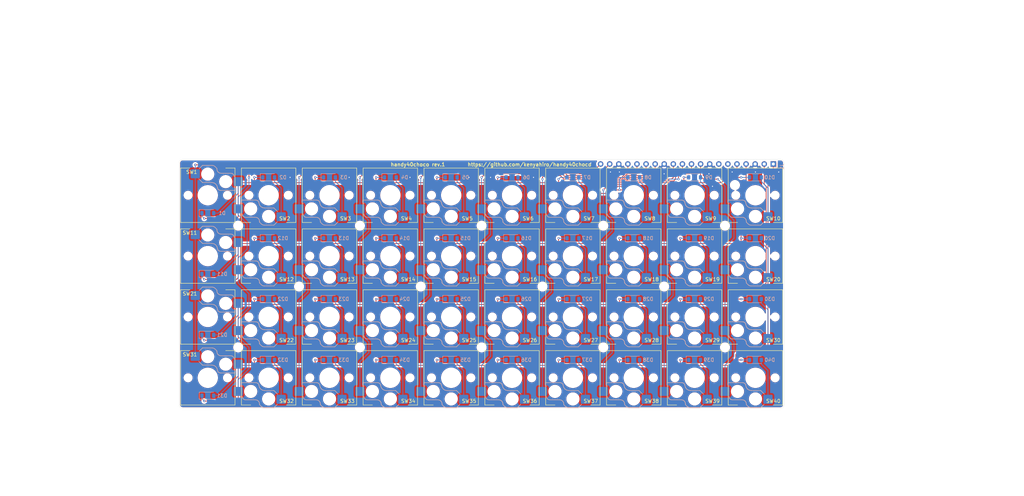
<source format=kicad_pcb>
(kicad_pcb (version 20241229) (generator "pcbnew") (generator_version "9.0")
  (layers (0 "F.Cu" signal) (2 "B.Cu" signal) (13 "F.Paste" user) (15 "B.Paste" user) (5 "F.SilkS" user "F.Silkscreen") (7 "B.SilkS" user "B.Silkscreen") (1 "F.Mask" user) (3 "B.Mask" user) (25 "Edge.Cuts" user))
  (net 0 "")
  (net 1 "Net-(D1-A)")
  (net 2 "Net-(D2-A)")
  (net 3 "Net-(D3-A)")
  (net 4 "Net-(D4-A)")
  (net 5 "Net-(D5-A)")
  (net 6 "Net-(D6-A)")
  (net 7 "Net-(D7-A)")
  (net 8 "Net-(D8-A)")
  (net 9 "Net-(D9-A)")
  (net 10 "Net-(D10-A)")
  (net 11 "Net-(D11-A)")
  (net 12 "Net-(D12-A)")
  (net 13 "Net-(D13-A)")
  (net 14 "Net-(D14-A)")
  (net 15 "Net-(D15-A)")
  (net 16 "Net-(D16-A)")
  (net 17 "Net-(D17-A)")
  (net 18 "Net-(D18-A)")
  (net 19 "Net-(D19-A)")
  (net 20 "Net-(D20-A)")
  (net 21 "Net-(D21-A)")
  (net 22 "Net-(D22-A)")
  (net 23 "Net-(D23-A)")
  (net 24 "Net-(D24-A)")
  (net 25 "Net-(D25-A)")
  (net 26 "Net-(D26-A)")
  (net 27 "Net-(D27-A)")
  (net 28 "Net-(D28-A)")
  (net 29 "Net-(D29-A)")
  (net 30 "Net-(D30-A)")
  (net 31 "Net-(D31-A)")
  (net 32 "Net-(D32-A)")
  (net 33 "Net-(D33-A)")
  (net 34 "Net-(D34-A)")
  (net 35 "Net-(D35-A)")
  (net 36 "Net-(D36-A)")
  (net 37 "Net-(D37-A)")
  (net 38 "Net-(D38-A)")
  (net 39 "Net-(D39-A)")
  (net 40 "Net-(D40-A)")
  (net 41 "GND")
  (net 44 "/ROW0")
  (net 45 "/ROW1")
  (net 46 "/ROW2")
  (net 47 "/ROW3")
  (net 48 "/COL0")
  (net 49 "/COL1")
  (net 50 "/COL2")
  (net 51 "/COL3")
  (net 52 "/COL4")
  (net 53 "/COL5")
  (net 54 "/COL6")
  (net 55 "/COL7")
  (net 56 "/COL8")
  (net 57 "/COL9")
  (footprint "my_keyswitch:my_MountingHole_2.2mm_M2" (layer "F.Cu") (at 196.27 94.16)
    (property "Reference" "H15" (hide yes))
    (property "Value" "MountingHole" (hide yes))
  )
  (footprint "my_keyswitch:SW_Hotswap_Kailh_Choc_V1V2_no_mp" (layer "F.Cu") (at 185 114 180)
    (property "Reference" "SW19")
    (property "Value" "SW_Push")
  )
  (footprint "my_keyswitch:SW_Hotswap_Kailh_Choc_V1V2_no_mp" (layer "F.Cu") (at 100 97 180)
    (property "Reference" "SW4")
    (property "Value" "SW_Push")
  )
  (footprint "my_keyswitch:SW_Hotswap_Kailh_Choc_V1V2_no_mp" (layer "F.Cu") (at 134 97 180)
    (property "Reference" "SW6")
    (property "Value" "SW_Push")
  )
  (footprint "my_keyswitch:my_MountingHole_2.2mm_M2" (layer "F.Cu") (at 108.5 122.5)
    (property "Reference" "H11" (hide yes))
    (property "Value" "MountingHole" (hide yes))
  )
  (footprint "my_keyswitch:SW_Hotswap_Kailh_Choc_V1V2_no_mp" (layer "F.Cu") (at 151 97 180)
    (property "Reference" "SW7")
    (property "Value" "SW_Push")
  )
  (footprint "my_keyswitch:SW_Hotswap_Kailh_Choc_V1V2_no_mp" (layer "F.Cu") (at 117 148 180)
    (property "Reference" "SW35")
    (property "Value" "SW_Push")
  )
  (footprint "my_keyswitch:SW_Hotswap_Kailh_Choc_V1V2_no_mp" (layer "F.Cu") (at 49 97)
    (property "Reference" "SW1")
    (property "Value" "SW_Push")
  )
  (footprint "my_keyswitch:my_MountingHole_2.2mm_M2" (layer "F.Cu") (at 193.5 139.5)
    (property "Reference" "H7" (hide yes))
    (property "Value" "MountingHole" (hide yes))
  )
  (footprint "my_keyswitch:SW_Hotswap_Kailh_Choc_V1V2_no_mp" (layer "F.Cu") (at 83 148 180)
    (property "Reference" "SW33")
    (property "Value" "SW_Push")
  )
  (footprint "my_keyswitch:my_MountingHole_2.2mm_M2" (layer "F.Cu") (at 142.5 122.5)
    (property "Reference" "H12" (hide yes))
    (property "Value" "MountingHole" (hide yes))
  )
  (footprint "my_keyswitch:SW_Hotswap_Kailh_Choc_V1V2_no_mp" (layer "F.Cu") (at 66 148 180)
    (property "Reference" "SW32")
    (property "Value" "SW_Push")
  )
  (footprint "my_keyswitch:my_MountingHole_2.2mm_M2" (layer "F.Cu") (at 193.5 105.5)
    (property "Reference" "H6" (hide yes))
    (property "Value" "MountingHole" (hide yes))
  )
  (footprint "my_keyswitch:SW_Hotswap_Kailh_Choc_V1V2_no_mp" (layer "F.Cu") (at 100 114 180)
    (property "Reference" "SW14")
    (property "Value" "SW_Push")
  )
  (footprint "my_keyswitch:SW_Hotswap_Kailh_Choc_V1V2_no_mp" (layer "F.Cu") (at 100 131 180)
    (property "Reference" "SW24")
    (property "Value" "SW_Push")
  )
  (footprint "my_keyswitch:SW_Hotswap_Kailh_Choc_V1V2_no_mp" (layer "F.Cu") (at 168 148 180)
    (property "Reference" "SW38")
    (property "Value" "SW_Push")
  )
  (footprint "my_keyswitch:my_MountingHole_2.2mm_M2" (layer "F.Cu") (at 57.5 105.5)
    (property "Reference" "H1" (hide yes))
    (property "Value" "MountingHole" (hide yes))
  )
  (footprint "my_keyswitch:SW_Hotswap_Kailh_Choc_V1V2_no_mp" (layer "F.Cu") (at 202 131 180)
    (property "Reference" "SW30")
    (property "Value" "SW_Push")
  )
  (footprint "my_keyswitch:SW_Hotswap_Kailh_Choc_V1V2_no_mp" (layer "F.Cu") (at 134 148 180)
    (property "Reference" "SW36")
    (property "Value" "SW_Push")
  )
  (footprint "my_keyswitch:SW_Hotswap_Kailh_Choc_V1V2_no_mp" (layer "F.Cu") (at 49 148)
    (property "Reference" "SW31")
    (property "Value" "SW_Push")
  )
  (footprint "my_keyswitch:SW_Hotswap_Kailh_Choc_V1V2_no_mp" (layer "F.Cu") (at 117 114 180)
    (property "Reference" "SW15")
    (property "Value" "SW_Push")
  )
  (footprint "my_keyswitch:SW_Hotswap_Kailh_Choc_V1V2_no_mp" (layer "F.Cu") (at 134 114 180)
    (property "Reference" "SW16")
    (property "Value" "SW_Push")
  )
  (footprint "my_keyswitch:SW_Hotswap_Kailh_Choc_V1V2_no_mp" (layer "F.Cu") (at 83 114 180)
    (property "Reference" "SW13")
    (property "Value" "SW_Push")
  )
  (footprint "my_keyswitch:SW_Hotswap_Kailh_Choc_V1V2_no_mp" (layer "F.Cu") (at 100 148 180)
    (property "Reference" "SW34")
    (property "Value" "SW_Push")
  )
  (footprint "my_keyswitch:SW_Hotswap_Kailh_Choc_V1V2_no_mp" (layer "F.Cu") (at 151 148 180)
    (property "Reference" "SW37")
    (property "Value" "SW_Push")
  )
  (footprint "my_keyswitch:my_MountingHole_2.2mm_M2" (layer "F.Cu") (at 91.5 105.5)
    (property "Reference" "H4" (hide yes))
    (property "Value" "MountingHole" (hide yes))
  )
  (footprint "my_keyswitch:SW_Hotswap_Kailh_Choc_V1V2_no_mp" (layer "F.Cu") (at 66 131 180)
    (property "Reference" "SW22")
    (property "Value" "SW_Push")
  )
  (footprint "my_keyswitch:SW_Hotswap_Kailh_Choc_V1V2_no_mp" (layer "F.Cu") (at 49 114)
    (property "Reference" "SW11")
    (property "Value" "SW_Push")
  )
  (footprint "my_keyswitch:my_MountingHole_2.2mm_M2" (layer "F.Cu") (at 74.5 122.5)
    (property "Reference" "H3" (hide yes))
    (property "Value" "MountingHole" (hide yes))
  )
  (footprint "my_keyswitch:SW_Hotswap_Kailh_Choc_V1V2_no_mp" (layer "F.Cu") (at 83 131 180)
    (property "Reference" "SW23")
    (property "Value" "SW_Push")
  )
  (footprint "my_keyswitch:SW_Hotswap_Kailh_Choc_V1V2_no_mp" (layer "F.Cu") (at 202 114 180)
    (property "Reference" "SW20")
    (property "Value" "SW_Push")
  )
  (footprint "my_keyswitch:SW_Hotswap_Kailh_Choc_V1V2_no_mp" (layer "F.Cu") (at 117 131 180)
    (property "Reference" "SW25")
    (property "Value" "SW_Push")
  )
  (footprint "my_keyswitch:SW_Hotswap_Kailh_Choc_V1V2_no_mp" (layer "F.Cu") (at 168 114 180)
    (property "Reference" "SW18")
    (property "Value" "SW_Push")
  )
  (footprint "my_keyswitch:my_MountingHole_2.2mm_M2" (layer "F.Cu") (at 159.5 139.5)
    (property "Reference" "H10" (hide yes))
    (property "Value" "MountingHole" (hide yes))
  )
  (footprint "my_keyswitch:SW_Hotswap_Kailh_Choc_V1V2_no_mp" (layer "F.Cu") (at 83 97 180)
    (property "Reference" "SW3")
    (property "Value" "SW_Push")
  )
  (footprint "my_keyswitch:SW_Hotswap_Kailh_Choc_V1V2_no_mp" (layer "F.Cu") (at 134 131 180)
    (property "Reference" "SW26")
    (property "Value" "SW_Push")
  )
  (footprint "my_keyswitch:SW_Hotswap_Kailh_Choc_V1V2_no_mp" (layer "F.Cu") (at 202 148 180)
    (property "Reference" "SW40")
    (property "Value" "SW_Push")
  )
  (footprint "my_keyswitch:SW_Hotswap_Kailh_Choc_V1V2_no_mp" (layer "F.Cu") (at 185 131 180)
    (property "Reference" "SW29")
    (property "Value" "SW_Push")
  )
  (footprint "my_keyswitch:SW_Hotswap_Kailh_Choc_V1V2_no_mp" (layer "F.Cu") (at 117 97 180)
    (property "Reference" "SW5")
    (property "Value" "SW_Push")
  )
  (footprint "my_keyswitch:SW_Hotswap_Kailh_Choc_V1V2_no_mp" (layer "F.Cu") (at 66 114 180)
    (property "Reference" "SW12")
    (property "Value" "SW_Push")
  )
  (footprint "my_keyswitch:my_MountingHole_2.2mm_M2" (layer "F.Cu") (at 176.5 122.5)
    (property "Reference" "H8" (hide yes))
    (property "Value" "MountingHole" (hide yes))
  )
  (footprint "my_keyswitch:SW_Hotswap_Kailh_Choc_V1V2_no_mp" (layer "F.Cu") (at 49 131)
    (property "Reference" "SW21")
    (property "Value" "SW_Push")
  )
  (footprint "my_keyswitch:my_MountingHole_2.2mm_M2" (layer "F.Cu") (at 125.5 105.5)
    (property "Reference" "H13" (hide yes))
    (property "Value" "MountingHole" (hide yes))
  )
  (footprint "my_keyswitch:SW_Hotswap_Kailh_Choc_V1V2_no_mp" (layer "F.Cu") (at 151 114 180)
    (property "Reference" "SW17")
    (property "Value" "SW_Push")
  )
  (footprint "my_keyswitch:SW_Hotswap_Kailh_Choc_V1V2_no_mp" (layer "F.Cu") (at 168 97 180)
    (property "Reference" "SW8")
    (property "Value" "SW_Push")
  )
  (footprint "my_keyswitch:my_MountingHole_2.2mm_M2" (layer "F.Cu") (at 91.5 139.5)
    (property "Reference" "H5" (hide yes))
    (property "Value" "MountingHole" (hide yes))
  )
  (footprint "my_keyswitch:SW_Hotswap_Kailh_Choc_V1V2_no_mp" (layer "F.Cu") (at 168 131 180)
    (property "Reference" "SW28")
    (property "Value" "SW_Push")
  )
  (footprint "my_keyswitch:my_MountingHole_2.2mm_M2" (layer "F.Cu") (at 159.5 105.5)
    (property "Reference" "H9" (hide yes))
    (property "Value" "MountingHole" (hide yes))
  )
  (footprint "my_keyswitch:my_MountingHole_2.2mm_M2" (layer "F.Cu") (at 57.5 139.5)
    (property "Reference" "H2" (hide yes))
    (property "Value" "MountingHole" (hide yes))
  )
  (footprint "my_keyswitch:my_MountingHole_2.2mm_M2" (layer "F.Cu") (at 125.5 139.5)
    (property "Reference" "H14" (hide yes))
    (property "Value" "MountingHole" (hide yes))
  )
  (footprint "my_keyswitch:SW_Hotswap_Kailh_Choc_V1V2_no_mp" (layer "F.Cu") (at 185 97 180)
    (property "Reference" "SW9")
    (property "Value" "SW_Push")
  )
  (footprint "my_keyswitch:SW_Hotswap_Kailh_Choc_V1V2_no_mp" (layer "F.Cu") (at 185 148 180)
    (property "Reference" "SW39")
    (property "Value" "SW_Push")
  )
  (footprint "my_keyswitch:SW_Hotswap_Kailh_Choc_V1V2_no_mp" (layer "F.Cu") (at 151 131 180)
    (property "Reference" "SW27")
    (property "Value" "SW_Push")
  )
  (footprint "my_keyswitch:SW_Hotswap_Kailh_Choc_V1V2_no_mp" (layer "F.Cu") (at 66 97 180)
    (property "Reference" "SW2")
    (property "Value" "SW_Push")
  )
  (footprint "my_keyswitch:SW_Hotswap_Kailh_Choc_V1V2_no_mp" (layer "F.Cu") (at 202 97 180)
    (property "Reference" "SW10")
    (property "Value" "SW_Push")
  )
  (footprint "Diode_SMD:D_SOD-123" (layer "B.Cu") (at 168 92)
    (property "Reference" "D8")
    (property "Value" "1N4148W")
  )
  (footprint "Diode_SMD:D_SOD-123" (layer "B.Cu") (at 66 92)
    (property "Reference" "D2")
    (property "Value" "1N4148W")
  )
  (footprint "Diode_SMD:D_SOD-123" (layer "B.Cu") (at 202 143)
    (property "Reference" "D40")
    (property "Value" "1N4148W")
  )
  (footprint "Diode_SMD:D_SOD-123" (layer "B.Cu") (at 100 109)
    (property "Reference" "D14")
    (property "Value" "1N4148W")
  )
  (footprint "Diode_SMD:D_SOD-123" (layer "B.Cu") (at 134 143)
    (property "Reference" "D36")
    (property "Value" "1N4148W")
  )
  (footprint "Diode_SMD:D_SOD-123" (layer "B.Cu") (at 202 92)
    (property "Reference" "D10")
    (property "Value" "1N4148W")
  )
  (footprint "Diode_SMD:D_SOD-123" (layer "B.Cu") (at 151 143)
    (property "Reference" "D37")
    (property "Value" "1N4148W")
  )
  (footprint "Diode_SMD:D_SOD-123" (layer "B.Cu") (at 49 102)
    (property "Reference" "D1")
    (property "Value" "1N4148W")
  )
  (footprint "Diode_SMD:D_SOD-123" (layer "B.Cu") (at 49 153)
    (property "Reference" "D31")
    (property "Value" "1N4148W")
  )
  (footprint "Diode_SMD:D_SOD-123" (layer "B.Cu") (at 134 126)
    (property "Reference" "D26")
    (property "Value" "1N4148W")
  )
  (footprint "Diode_SMD:D_SOD-123" (layer "B.Cu") (at 66 109)
    (property "Reference" "D12")
    (property "Value" "1N4148W")
  )
  (footprint "Diode_SMD:D_SOD-123" (layer "B.Cu") (at 185 126)
    (property "Reference" "D29")
    (property "Value" "1N4148W")
  )
  (footprint "my_keyswitch:my_PinHeader_1x20_P2.54mm_Vertical_p0.85" (layer "B.Cu") (at 207 88.27 90)
    (property "Reference" "J1")
    (property "Value" "Conn_01x20")
  )
  (footprint "Diode_SMD:D_SOD-123" (layer "B.Cu") (at 83 109)
    (property "Reference" "D13")
    (property "Value" "1N4148W")
  )
  (footprint "Diode_SMD:D_SOD-123" (layer "B.Cu") (at 151 92)
    (property "Reference" "D7")
    (property "Value" "1N4148W")
  )
  (footprint "Diode_SMD:D_SOD-123" (layer "B.Cu") (at 134 92)
    (property "Reference" "D6")
    (property "Value" "1N4148W")
  )
  (footprint "Diode_SMD:D_SOD-123" (layer "B.Cu") (at 117 109)
    (property "Reference" "D15")
    (property "Value" "1N4148W")
  )
  (footprint "Diode_SMD:D_SOD-123" (layer "B.Cu") (at 168 109)
    (property "Reference" "D18")
    (property "Value" "1N4148W")
  )
  (footprint "Diode_SMD:D_SOD-123" (layer "B.Cu") (at 117 143)
    (property "Reference" "D35")
    (property "Value" "1N4148W")
  )
  (footprint "Diode_SMD:D_SOD-123" (layer "B.Cu") (at 168 126)
    (property "Reference" "D28")
    (property "Value" "1N4148W")
  )
  (footprint "Diode_SMD:D_SOD-123" (layer "B.Cu") (at 202 109)
    (property "Reference" "D20")
    (property "Value" "1N4148W")
  )
  (footprint "Diode_SMD:D_SOD-123" (layer "B.Cu") (at 49 136)
    (property "Reference" "D21")
    (property "Value" "1N4148W")
  )
  (footprint "Diode_SMD:D_SOD-123" (layer "B.Cu") (at 134 109)
    (property "Reference" "D16")
    (property "Value" "1N4148W")
  )
  (footprint "Diode_SMD:D_SOD-123" (layer "B.Cu") (at 202 126)
    (property "Reference" "D30")
    (property "Value" "1N4148W")
  )
  (footprint "Diode_SMD:D_SOD-123" (layer "B.Cu") (at 100 143)
    (property "Reference" "D34")
    (property "Value" "1N4148W")
  )
  (footprint "Diode_SMD:D_SOD-123" (layer "B.Cu") (at 100 92)
    (property "Reference" "D4")
    (property "Value" "1N4148W")
  )
  (footprint "Diode_SMD:D_SOD-123" (layer "B.Cu") (at 185 143)
    (property "Reference" "D39")
    (property "Value" "1N4148W")
  )
  (footprint "Diode_SMD:D_SOD-123" (layer "B.Cu") (at 83 92)
    (property "Reference" "D3")
    (property "Value" "1N4148W")
  )
  (footprint "Diode_SMD:D_SOD-123" (layer "B.Cu") (at 83 143)
    (property "Reference" "D33")
    (property "Value" "1N4148W")
  )
  (footprint "Diode_SMD:D_SOD-123" (layer "B.Cu") (at 66 143)
    (property "Reference" "D32")
    (property "Value" "1N4148W")
  )
  (footprint "Diode_SMD:D_SOD-123" (layer "B.Cu") (at 185 92)
    (property "Reference" "D9")
    (property "Value" "1N4148W")
  )
  (footprint "Diode_SMD:D_SOD-123" (layer "B.Cu") (at 49 119)
    (property "Reference" "D11")
    (property "Value" "1N4148W")
  )
  (footprint "Diode_SMD:D_SOD-123" (layer "B.Cu") (at 117 92)
    (property "Reference" "D5")
    (property "Value" "1N4148W")
  )
  (footprint "Diode_SMD:D_SOD-123" (layer "B.Cu") (at 100 126)
    (property "Reference" "D24")
    (property "Value" "1N4148W")
  )
  (footprint "Diode_SMD:D_SOD-123" (layer "B.Cu") (at 151 109)
    (property "Reference" "D17")
    (property "Value" "1N4148W")
  )
  (footprint "Diode_SMD:D_SOD-123" (layer "B.Cu") (at 117 126)
    (property "Reference" "D25")
    (property "Value" "1N4148W")
  )
  (footprint "Diode_SMD:D_SOD-123" (layer "B.Cu") (at 66 126)
    (property "Reference" "D22")
    (property "Value" "1N4148W")
  )
  (footprint "Diode_SMD:D_SOD-123" (layer "B.Cu") (at 83 126)
    (property "Reference" "D23")
    (property "Value" "1N4148W")
  )
  (footprint "Diode_SMD:D_SOD-123" (layer "B.Cu") (at 185 109)
    (property "Reference" "D19")
    (property "Value" "1N4148W")
  )
  (footprint "Diode_SMD:D_SOD-123" (layer "B.Cu") (at 151 126)
    (property "Reference" "D27")
    (property "Value" "1N4148W")
  )
  (footprint "Diode_SMD:D_SOD-123" (layer "B.Cu") (at 168 143)
    (property "Reference" "D38")
    (property "Value" "1N4148W")
  )
  (gr_line (start 209 156.5) (end 42 156.5) (stroke (width 0.05)) (layer "Edge.Cuts"))
  (gr_arc (start 209 87) (mid 209.707107 87.292893) (end 210 88) (stroke (width 0.05)) (layer "Edge.Cuts"))
  (gr_line (start 210 88) (end 210 155.5) (stroke (width 0.05)) (layer "Edge.Cuts"))
  (gr_arc (start 210 155.5) (mid 209.707107 156.207107) (end 209 156.5) (stroke (width 0.05)) (layer "Edge.Cuts"))
  (gr_line (start 42 87) (end 209 87) (stroke (width 0.05)) (layer "Edge.Cuts"))
  (gr_line (start 41 155.5) (end 41 88) (stroke (width 0.05)) (layer "Edge.Cuts"))
  (gr_arc (start 41 88) (mid 41.292893 87.292893) (end 42 87) (stroke (width 0.05)) (layer "Edge.Cuts"))
  (gr_arc (start 42 156.5) (mid 41.292893 156.207107) (end 41 155.5) (stroke (width 0.05)) (layer "Edge.Cuts"))
  (gr_text "https://github.com/kenyahiro/handy40choco" (at 121.5 89 0) (layer "F.SilkS") (effects (font (size 1 1) (thickness 0.2) (bold yes)) (justify left bottom)))
  (gr_text "handy40choco rev.1" (at 100 89 0) (layer "F.SilkS") (effects (font (size 1 1) (thickness 0.2) (bold yes)) (justify left bottom)))
  (segment (start 57.5 96.4329) (end 51.9329 102) (width 0.2) (layer "B.Cu") (net 1))
  (segment (start 57.5 93.2) (end 57.5 96.4329) (width 0.2) (layer "B.Cu") (net 1))
  (segment (start 51.9329 102) (end 50.65 102) (width 0.2) (layer "B.Cu") (net 1))
  (segment (start 69.5 95) (end 69.5 103) (width 0.2) (layer "B.Cu") (net 2))
  (segment (start 67.65 93.15) (end 69.5 95) (width 0.2) (layer "B.Cu") (net 2))
  (segment (start 67.65 92) (end 67.65 93.15) (width 0.2) (layer "B.Cu") (net 2))
  (segment (start 86.5 95) (end 86.5 103) (width 0.2) (layer "B.Cu") (net 3))
  (segment (start 84.65 93.15) (end 86.5 95) (width 0.2) (layer "B.Cu") (net 3))
  (segment (start 84.65 92) (end 84.65 93.15) (width 0.2) (layer "B.Cu") (net 3))
  (segment (start 101.65 92) (end 101.65 93.15) (width 0.2) (layer "B.Cu") (net 4))
  (segment (start 103.5 95) (end 103.5 103) (width 0.2) (layer "B.Cu") (net 4))
  (segment (start 101.65 93.15) (end 103.5 95) (width 0.2) (layer "B.Cu") (net 4))
  (segment (start 120.5 95) (end 120.5 103) (width 0.2) (layer "B.Cu") (net 5))
  (segment (start 118.65 92) (end 118.65 93.15) (width 0.2) (layer "B.Cu") (net 5))
  (segment (start 118.65 93.15) (end 120.5 95) (width 0.2) (layer "B.Cu") (net 5))
  (segment (start 135.65 92) (end 135.65 93.15) (width 0.2) (layer "B.Cu") (net 6))
  (segment (start 137.5 95) (end 137.5 103) (width 0.2) (layer "B.Cu") (net 6))
  (segment (start 135.65 93.15) (end 137.5 95) (width 0.2) (layer "B.Cu") (net 6))
  (segment (start 152.65 93.15) (end 154.5 95) (width 0.2) (layer "B.Cu") (net 7))
  (segment (start 154.5 95) (end 154.5 103) (width 0.2) (layer "B.Cu") (net 7))
  (segment (start 152.65 92) (end 152.65 93.15) (width 0.2) (layer "B.Cu") (net 7))
  (segment (start 169.65 93.15) (end 171.5 95) (width 0.2) (layer "B.Cu") (net 8))
  (segment (start 171.5 95) (end 171.5 103) (width 0.2) (layer "B.Cu") (net 8))
  (segment (start 169.65 92) (end 169.65 93.15) (width 0.2) (layer "B.Cu") (net 8))
  (segment (start 186.65 92) (end 186.65 93.15) (width 0.2) (layer "B.Cu") (net 9))
  (segment (start 186.65 93.15) (end 188.5 95) (width 0.2) (layer "B.Cu") (net 9))
  (segment (start 188.5 95) (end 188.5 103) (width 0.2) (layer "B.Cu") (net 9))
  (segment (start 203.65 93.15) (end 205.5 95) (width 0.2) (layer "B.Cu") (net 10))
  (segment (start 203.65 92) (end 203.65 93.15) (width 0.2) (layer "B.Cu") (net 10))
  (segment (start 205.5 95) (end 205.5 103) (width 0.2) (layer "B.Cu") (net 10))
  (segment (start 57.5 113.5) (end 52 119) (width 0.2) (layer "B.Cu") (net 11))
  (segment (start 52 119) (end 50.65 119) (width 0.2) (layer "B.Cu") (net 11))
  (segment (start 57.5 110.2) (end 57.5 113.5) (width 0.2) (layer "B.Cu") (net 11))
  (segment (start 67.65 109) (end 67.65 110.15) (width 0.2) (layer "B.Cu") (net 12))
  (segment (start 69.5 112) (end 69.5 120) (width 0.2) (layer "B.Cu") (net 12))
  (segment (start 67.65 110.15) (end 69.5 112) (width 0.2) (layer "B.Cu") (net 12))
  (segment (start 84.65 110.15) (end 86.5 112) (width 0.2) (layer "B.Cu") (net 13))
  (segment (start 86.5 112) (end 86.5 120) (width 0.2) (layer "B.Cu") (net 13))
  (segment (start 84.65 109) (end 84.65 110.15) (width 0.2) (layer "B.Cu") (net 13))
  (segment (start 101.65 110.15) (end 103.5 112) (width 0.2) (layer "B.Cu") (net 14))
  (segment (start 103.5 112) (end 103.5 120) (width 0.2) (layer "B.Cu") (net 14))
  (segment (start 101.65 109) (end 101.65 110.15) (width 0.2) (layer "B.Cu") (net 14))
  (segment (start 118.65 110.15) (end 120.5 112) (width 0.2) (layer "B.Cu") (net 15))
  (segment (start 120.5 112) (end 120.5 120) (width 0.2) (layer "B.Cu") (net 15))
  (segment (start 118.65 109) (end 118.65 110.15) (width 0.2) (layer "B.Cu") (net 15))
  (segment (start 135.65 109) (end 135.65 110.15) (width 0.2) (layer "B.Cu") (net 16))
  (segment (start 137.5 112) (end 137.5 120) (width 0.2) (layer "B.Cu") (net 16))
  (segment (start 135.65 110.15) (end 137.5 112) (width 0.2) (layer "B.Cu") (net 16))
  (segment (start 152.65 109) (end 152.65 110.15) (width 0.2) (layer "B.Cu") (net 17))
  (segment (start 154.5 112) (end 154.5 120) (width 0.2) (layer "B.Cu") (net 17))
  (segment (start 152.65 110.15) (end 154.5 112) (width 0.2) (layer "B.Cu") (net 17))
  (segment (start 169.65 110.15) (end 171.5 112) (width 0.2) (layer "B.Cu") (net 18))
  (segment (start 169.65 109) (end 169.65 110.15) (width 0.2) (layer "B.Cu") (net 18))
  (segment (start 171.5 112) (end 171.5 120) (width 0.2) (layer "B.Cu") (net 18))
  (segment (start 186.65 110.15) (end 188.5 112) (width 0.2) (layer "B.Cu") (net 19))
  (segment (start 188.5 112) (end 188.5 120) (width 0.2) (layer "B.Cu") (net 19))
  (segment (start 186.65 109) (end 186.65 110.15) (width 0.2) (layer "B.Cu") (net 19))
  (segment (start 203.65 110.15) (end 205.5 112) (width 0.2) (layer "B.Cu") (net 20))
  (segment (start 203.65 109) (end 203.65 110.15) (width 0.2) (layer "B.Cu") (net 20))
  (segment (start 205.5 112) (end 205.5 120) (width 0.2) (layer "B.Cu") (net 20))
  (segment (start 57.5 127.2) (end 57.5 130.5) (width 0.2) (layer "B.Cu") (net 21))
  (segment (start 57.5 130.5) (end 52 136) (width 0.2) (layer "B.Cu") (net 21))
  (segment (start 52 136) (end 50.65 136) (width 0.2) (layer "B.Cu") (net 21))
  (segment (start 69.5 129) (end 69.5 137) (width 0.2) (layer "B.Cu") (net 22))
  (segment (start 67.65 126) (end 67.65 127.15) (width 0.2) (layer "B.Cu") (net 22))
  (segment (start 67.65 127.15) (end 69.5 129) (width 0.2) (layer "B.Cu") (net 22))
  (segment (start 84.65 126) (end 84.65 127.15) (width 0.2) (layer "B.Cu") (net 23))
  (segment (start 86.5 129) (end 86.5 137) (width 0.2) (layer "B.Cu") (net 23))
  (segment (start 84.65 127.15) (end 86.5 129) (width 0.2) (layer "B.Cu") (net 23))
  (segment (start 101.65 127.15) (end 103.5 129) (width 0.2) (layer "B.Cu") (net 24))
  (segment (start 103.5 129) (end 103.5 137) (width 0.2) (layer "B.Cu") (net 24))
  (segment (start 101.65 126) (end 101.65 127.15) (width 0.2) (layer "B.Cu") (net 24))
  (segment (start 118.65 126) (end 118.65 127.15) (width 0.2) (layer "B.Cu") (net 25))
  (segment (start 120.5 129) (end 120.5 137) (width 0.2) (layer "B.Cu") (net 25))
  (segment (start 118.65 127.15) (end 120.5 129) (width 0.2) (layer "B.Cu") (net 25))
  (segment (start 135.65 127.15) (end 137.5 129) (width 0.2) (layer "B.Cu") (net 26))
  (segment (start 135.65 126) (end 135.65 127.15) (width 0.2) (layer "B.Cu") (net 26))
  (segment (start 137.5 129) (end 137.5 137) (width 0.2) (layer "B.Cu") (net 26))
  (segment (start 152.65 127.15) (end 154.5 129) (width 0.2) (layer "B.Cu") (net 27))
  (segment (start 152.65 126) (end 152.65 127.15) (width 0.2) (layer "B.Cu") (net 27))
  (segment (start 154.5 129) (end 154.5 137) (width 0.2) (layer "B.Cu") (net 27))
  (segment (start 169.65 126) (end 169.65 127.15) (width 0.2) (layer "B.Cu") (net 28))
  (segment (start 169.65 127.15) (end 171.5 129) (width 0.2) (layer "B.Cu") (net 28))
  (segment (start 171.5 129) (end 171.5 137) (width 0.2) (layer "B.Cu") (net 28))
  (segment (start 188.5 129) (end 188.5 137) (width 0.2) (layer "B.Cu") (net 29))
  (segment (start 186.65 126) (end 186.65 127.15) (width 0.2) (layer "B.Cu") (net 29))
  (segment (start 186.65 127.15) (end 188.5 129) (width 0.2) (layer "B.Cu") (net 29))
  (segment (start 203.65 126) (end 203.65 127.15) (width 0.2) (layer "B.Cu") (net 30))
  (segment (start 205.5 129) (end 205.5 137) (width 0.2) (layer "B.Cu") (net 30))
  (segment (start 203.65 127.15) (end 205.5 129) (width 0.2) (layer "B.Cu") (net 30))
  (segment (start 57.5 144.2) (end 57.5 147.5) (width 0.2) (layer "B.Cu") (net 31))
  (segment (start 52 153) (end 50.65 153) (width 0.2) (layer "B.Cu") (net 31))
  (segment (start 57.5 147.5) (end 52 153) (width 0.2) (layer "B.Cu") (net 31))
  (segment (start 67.65 143) (end 67.65 144.15) (width 0.2) (layer "B.Cu") (net 32))
  (segment (start 69.5 146) (end 69.5 154) (width 0.2) (layer "B.Cu") (net 32))
  (segment (start 67.65 144.15) (end 69.5 146) (width 0.2) (layer "B.Cu") (net 32))
  (segment (start 86.5 146) (end 86.5 154) (width 0.2) (layer "B.Cu") (net 33))
  (segment (start 84.65 143) (end 84.65 144.15) (width 0.2) (layer "B.Cu") (net 33))
  (segment (start 84.65 144.15) (end 86.5 146) (width 0.2) (layer "B.Cu") (net 33))
  (segment (start 101.65 143) (end 101.65 144.15) (width 0.2) (layer "B.Cu") (net 34))
  (segment (start 101.65 144.15) (end 103.5 146) (width 0.2) (layer "B.Cu") (net 34))
  (segment (start 103.5 146) (end 103.5 154) (width 0.2) (layer "B.Cu") (net 34))
  (segment (start 118.65 144.15) (end 120.5 146) (width 0.2) (layer "B.Cu") (net 35))
  (segment (start 120.5 146) (end 120.5 154) (width 0.2) (layer "B.Cu") (net 35))
  (segment (start 118.65 143) (end 118.65 144.15) (width 0.2) (layer "B.Cu") (net 35))
  (segment (start 135.65 144.15) (end 137.5 146) (width 0.2) (layer "B.Cu") (net 36))
  (segment (start 137.5 146) (end 137.5 154) (width 0.2) (layer "B.Cu") (net 36))
  (segment (start 135.65 143) (end 135.65 144.15) (width 0.2) (layer "B.Cu") (net 36))
  (segment (start 152.65 144.15) (end 154.5 146) (width 0.2) (layer "B.Cu") (net 37))
  (segment (start 154.5 146) (end 154.5 154) (width 0.2) (layer "B.Cu") (net 37))
  (segment (start 152.65 143) (end 152.65 144.15) (width 0.2) (layer "B.Cu") (net 37))
  (segment (start 171.5 146) (end 171.5 154) (width 0.2) (layer "B.Cu") (net 38))
  (segment (start 169.65 143) (end 169.65 144.15) (width 0.2) (layer "B.Cu") (net 38))
  (segment (start 169.65 144.15) (end 171.5 146) (width 0.2) (layer "B.Cu") (net 38))
  (segment (start 188.5 146) (end 188.5 154) (width 0.2) (layer "B.Cu") (net 39))
  (segment (start 186.65 143) (end 186.65 144.15) (width 0.2) (layer "B.Cu") (net 39))
  (segment (start 186.65 144.15) (end 188.5 146) (width 0.2) (layer "B.Cu") (net 39))
  (segment (start 203.65 143) (end 203.65 144.15) (width 0.2) (layer "B.Cu") (net 40))
  (segment (start 205.5 146) (end 205.5 154) (width 0.2) (layer "B.Cu") (net 40))
  (segment (start 203.65 144.15) (end 205.5 146) (width 0.2) (layer "B.Cu") (net 40))
  (via (at 176.5 91) (size 0.6) (drill 0.3) (layers "F.Cu" "B.Cu") (net 41))
  (via (at 208.5 90.5) (size 0.6) (drill 0.3) (layers "F.Cu" "B.Cu") (net 41))
  (via (at 72 92) (size 0.6) (drill 0.3) (layers "F.Cu" "B.Cu") (net 41))
  (via (at 122 92) (size 0.6) (drill 0.3) (layers "F.Cu" "B.Cu") (net 41))
  (via (at 161.5 90.5) (size 0.6) (drill 0.3) (layers "F.Cu" "B.Cu") (net 41))
  (via (at 190 94.5) (size 0.6) (drill 0.3) (layers "F.Cu" "B.Cu") (net 41))
  (via (at 140 92) (size 0.6) (drill 0.3) (layers "F.Cu" "B.Cu") (net 41))
  (via (at 164 90.5) (size 0.6) (drill 0.3) (layers "F.Cu" "B.Cu") (net 41))
  (via (at 202 90.5) (size 0.6) (drill 0.3) (layers "F.Cu" "B.Cu") (net 41))
  (via (at 88.5 92) (size 0.6) (drill 0.3) (layers "F.Cu" "B.Cu") (net 41))
  (via (at 195.5 90.5) (size 0.6) (drill 0.3) (layers "F.Cu" "B.Cu") (net 41))
  (via (at 128 92) (size 0.6) (drill 0.3) (layers "F.Cu" "B.Cu") (net 41))
  (via (at 156 88) (size 0.6) (drill 0.3) (layers "F.Cu" "B.Cu") (net 41))
  (via (at 189 91) (size 0.6) (drill 0.3) (layers "F.Cu" "B.Cu") (net 41))
  (via (at 105.5 92) (size 0.6) (drill 0.3) (layers "F.Cu" "B.Cu") (net 41))
  (segment (start 182 93.5) (end 192.5 93.5) (width 0.2) (layer "F.Cu") (net 44))
  (segment (start 167 93.5) (end 181 93.5) (width 0.2) (layer "F.Cu") (net 44))
  (segment (start 62 93.5) (end 58 93.5) (width 0.2) (layer "F.Cu") (net 44))
  (segment (start 192.5 93.5) (end 194 92) (width 0.2) (layer "F.Cu") (net 44))
  (segment (start 62 92) (end 62 93.5) (width 0.2) (layer "F.Cu") (net 44))
  (segment (start 113 92) (end 113 93.5) (width 0.2) (layer "F.Cu") (net 44))
  (segment (start 165 95.5) (end 167 93.5) (width 0.2) (layer "F.Cu") (net 44))
  (segment (start 147 92.5) (end 147 93.5) (width 0.2) (layer "F.Cu") (net 44))
  (segment (start 158.5 96.5) (end 160.5 96.5) (width 0.2) (layer "F.Cu") (net 44))
  (segment (start 147 93.5) (end 155 93.5) (width 0.2) (layer "F.Cu") (net 44))
  (segment (start 79 92) (end 79 93.5) (width 0.2) (layer "F.Cu") (net 44))
  (segment (start 182 92) (end 182 93.5) (width 0.2) (layer "F.Cu") (net 44))
  (segment (start 57.5 94) (end 57.5 103) (width 0.2) (layer "F.Cu") (net 44))
  (segment (start 79 93.5) (end 96 93.5) (width 0.2) (layer "F.Cu") (net 44))
  (segment (start 197 92) (end 198 92) (width 0.2) (layer "F.Cu") (net 44))
  (segment (start 194 92) (end 196.5 92) (width 0.2) (layer "F.Cu") (net 44))
  (segment (start 96 93.5) (end 113 93.5) (width 0.2) (layer "F.Cu") (net 44))
  (segment (start 48 103.5) (end 48.5 103.5) (width 0.2) (layer "F.Cu") (net 44))
  (segment (start 57 103.5) (end 48.5 103.5) (width 0.2) (layer "F.Cu") (net 44))
  (segment (start 156.5 95) (end 157 95) (width 0.2) (layer "F.Cu") (net 44))
  (segment (start 157 95) (end 158.5 96.5) (width 0.2) (layer "F.Cu") (net 44))
  (segment (start 160.5 96.5) (end 161.5 95.5) (width 0.2) (layer "F.Cu") (net 44))
  (segment (start 96 92) (end 96 93.5) (width 0.2) (layer "F.Cu") (net 44))
  (segment (start 196.5 92) (end 197 92) (width 0.2) (layer "F.Cu") (net 44))
  (segment (start 130 93.5) (end 147 93.5) (width 0.2) (layer "F.Cu") (net 44))
  (segment (start 58 93.5) (end 57.5 94) (width 0.2) (layer "F.Cu") (net 44))
  (segment (start 155 93.5) (end 156.5 95) (width 0.2) (layer "F.Cu") (net 44))
  (segment (start 196.84 89.84) (end 196.84 88.27) (width 0.2) (layer "F.Cu") (net 44))
  (segment (start 62 93.5) (end 79 93.5) (width 0.2) (layer "F.Cu") (net 44))
  (segment (start 197 92) (end 197 90) (width 0.2) (layer "F.Cu") (net 44))
  (segment (start 181 93.5) (end 182 93.5) (width 0.2) (layer "F.Cu") (net 44))
  (segment (start 113 93.5) (end 130 93.5) (width 0.2) (layer "F.Cu") (net 44))
  (segment (start 164 95.5) (end 165 95.5) (width 0.2) (layer "F.Cu") (net 44))
  (segment (start 130 92) (end 130 93.5) (width 0.2) (layer "F.Cu") (net 44))
  (segment (start 161.5 95.5) (end 164 95.5) (width 0.2) (layer "F.Cu") (net 44))
  (segment (start 57 103.5) (end 57.5 103) (width 0.2) (layer "F.Cu") (net 44))
  (segment (start 197 90) (end 196.84 89.84) (width 0.2) (layer "F.Cu") (net 44))
  (via (at 164 95.5) (size 0.6) (drill 0.3) (layers "F.Cu" "B.Cu") (net 44))
  (via (at 113 92) (size 0.6) (drill 0.3) (layers "F.Cu" "B.Cu") (net 44))
  (via (at 62 92) (size 0.6) (drill 0.3) (layers "F.Cu" "B.Cu") (net 44))
  (via (at 130 92) (size 0.6) (drill 0.3) (layers "F.Cu" "B.Cu") (net 44))
  (via (at 96 92) (size 0.6) (drill 0.3) (layers "F.Cu" "B.Cu") (net 44))
  (via (at 182 92) (size 0.6) (drill 0.3) (layers "F.Cu" "B.Cu") (net 44))
  (via (at 147 92.5) (size 0.6) (drill 0.3) (layers "F.Cu" "B.Cu") (net 44))
  (via (at 79 92) (size 0.6) (drill 0.3) (layers "F.Cu" "B.Cu") (net 44))
  (via (at 48 103.5) (size 0.6) (drill 0.3) (layers "F.Cu" "B.Cu") (net 44))
  (via (at 198 92) (size 0.6) (drill 0.3) (layers "F.Cu" "B.Cu") (net 44))
  (segment (start 64.35 92) (end 62 92) (width 0.2) (layer "B.Cu") (net 44))
  (segment (start 164.5 92) (end 164 92.5) (width 0.2) (layer "B.Cu") (net 44))
  (segment (start 147 92.5) (end 147.5 92) (width 0.2) (layer "B.Cu") (net 44))
  (segment (start 164 92.5) (end 164 95.5) (width 0.2) (layer "B.Cu") (net 44))
  (segment (start 166.35 92) (end 164.5 92) (width 0.2) (layer "B.Cu") (net 44))
  (segment (start 48 103.5) (end 47.85 103.5) (width 0.2) (layer "B.Cu") (net 44))
  (segment (start 81.35 92) (end 79 92) (width 0.2) (layer "B.Cu") (net 44))
  (segment (start 200.35 92) (end 198 92) (width 0.2) (layer "B.Cu") (net 44))
  (segment (start 182 92) (end 183.35 92) (width 0.2) (layer "B.Cu") (net 44))
  (segment (start 149.35 92) (end 147.5 92) (width 0.2) (layer "B.Cu") (net 44))
  (segment (start 132.35 92) (end 130 92) (width 0.2) (layer "B.Cu") (net 44))
  (segment (start 47.35 102) (end 47.35 102.85) (width 0.2) (layer "B.Cu") (net 44))
  (segment (start 115.35 92) (end 113 92) (width 0.2) (layer "B.Cu") (net 44))
  (segment (start 98.35 92) (end 96 92) (width 0.2) (layer "B.Cu") (net 44))
  (segment (start 47.35 102.85) (end 48 103.5) (width 0.2) (layer "B.Cu") (net 44))
  (segment (start 96 109) (end 96 110.5) (width 0.2) (layer "F.Cu") (net 45))
  (segment (start 130 109) (end 130 110.5) (width 0.2) (layer "F.Cu") (net 45))
  (segment (start 57.5 111) (end 57.5 120) (width 0.2) (layer "F.Cu") (net 45))
  (segment (start 113 110.5) (end 130 110.5) (width 0.2) (layer "F.Cu") (net 45))
  (segment (start 181 110.5) (end 197.5 110.5) (width 0.2) (layer "F.Cu") (net 45))
  (segment (start 199 99.5) (end 199.5 100) (width 0.2) (layer "F.Cu") (net 45))
  (segment (start 62 110.5) (end 79 110.5) (width 0.2) (layer "F.Cu") (net 45))
  (segment (start 164 110.5) (end 181 110.5) (width 0.2) (layer "F.Cu") (net 45))
  (segment (start 79 110.5) (end 96 110.5) (width 0.2) (layer "F.Cu") (net 45))
  (segment (start 199.5 100) (end 199.5 105.5) (width 0.2) (layer "F.Cu") (net 45))
  (segment (start 198 110) (end 198 109) (width 0.2) (layer "F.Cu") (net 45))
  (segment (start 199 94.5) (end 199 99.5) (width 0.2) (layer "F.Cu") (net 45))
  (segment (start 96 110.5) (end 113 110.5) (width 0.2) (layer "F.Cu") (net 45))
  (segment (start 62 109) (end 62 110.5) (width 0.2) (layer "F.Cu") (net 45))
  (segment (start 199.38 88) (end 199.38 94.12) (width 0.2) (layer "F.Cu") (net 45))
  (segment (start 62 110.5) (end 58 110.5) (width 0.2) (layer "F.Cu") (net 45))
  (segment (start 130 110.5) (end 147 110.5) (width 0.2) (layer "F.Cu") (net 45))
  (segment (start 147 110.5) (end 164 110.5) (width 0.2) (layer "F.Cu") (net 45))
  (segment (start 113 109) (end 113 110.5) (width 0.2) (layer "F.Cu") (net 45))
  (segment (start 57 120.5) (end 48 120.5) (width 0.2) (layer "F.Cu") (net 45))
  (segment (start 197.5 110.5) (end 198 110) (width 0.2) (layer "F.Cu") (net 45))
  (segment (start 147 109) (end 147 110.5) (width 0.2) (layer "F.Cu") (net 45))
  (segment (start 199.5 105.5) (end 198 107) (width 0.2) (layer "F.Cu") (net 45))
  (segment (start 198 107) (end 198 109) (width 0.2) (layer "F.Cu") (net 45))
  (segment (start 58 110.5) (end 57.5 111) (width 0.2) (layer "F.Cu") (net 45))
  (segment (start 164 109) (end 164 110.5) (width 0.2) (layer "F.Cu") (net 45))
  (segment (start 79 109) (end 79 110.5) (width 0.2) (layer "F.Cu") (net 45))
  (segment (start 199.38 94.12) (end 199 94.5) (width 0.2) (layer "F.Cu") (net 45))
  (segment (start 57 120.5) (end 57.5 120) (width 0.2) (layer "F.Cu") (net 45))
  (segment (start 181 109) (end 181 110.5) (width 0.2) (layer "F.Cu") (net 45))
  (via (at 113 109) (size 0.6) (drill 0.3) (layers "F.Cu" "B.Cu") (net 45))
  (via (at 130 109) (size 0.6) (drill 0.3) (layers "F.Cu" "B.Cu") (net 45))
  (via (at 79 109) (size 0.6) (drill 0.3) (layers "F.Cu" "B.Cu") (net 45))
  (via (at 147 109) (size 0.6) (drill 0.3) (layers "F.Cu" "B.Cu") (net 45))
  (via (at 164 109) (size 0.6) (drill 0.3) (layers "F.Cu" "B.Cu") (net 45))
  (via (at 96 109) (size 0.6) (drill 0.3) (layers "F.Cu" "B.Cu") (net 45))
  (via (at 48 120.5) (size 0.6) (drill 0.3) (layers "F.Cu" "B.Cu") (net 45))
  (via (at 198 109) (size 0.6) (drill 0.3) (layers "F.Cu" "B.Cu") (net 45))
  (via (at 181 109) (size 0.6) (drill 0.3) (layers "F.Cu" "B.Cu") (net 45))
  (via (at 62 109) (size 0.6) (drill 0.3) (layers "F.Cu" "B.Cu") (net 45))
  (segment (start 98.35 109) (end 96 109) (width 0.2) (layer "B.Cu") (net 45))
  (segment (start 149.35 109) (end 147 109) (width 0.2) (layer "B.Cu") (net 45))
  (segment (start 182 109) (end 181 109) (width 0.2) (layer "B.Cu") (net 45))
  (segment (start 183.35 109) (end 182 109) (width 0.2) (layer "B.Cu") (net 45))
  (segment (start 132.35 109) (end 130 109) (width 0.2) (layer "B.Cu") (net 45))
  (segment (start 166.35 109) (end 164 109) (width 0.2) (layer "B.Cu") (net 45))
  (segment (start 64.35 109) (end 62 109) (width 0.2) (layer "B.Cu") (net 45))
  (segment (start 81.35 109) (end 79 109) (width 0.2) (layer "B.Cu") (net 45))
  (segment (start 115.35 109) (end 113 109) (width 0.2) (layer "B.Cu") (net 45))
  (segment (start 47.35 119.85) (end 48 120.5) (width 0.2) (layer "B.Cu") (net 45))
  (segment (start 47.35 119) (end 47.35 119.85) (width 0.2) (layer "B.Cu") (net 45))
  (segment (start 200.35 109) (end 198 109) (width 0.2) (layer "B.Cu") (net 45))
  (segment (start 181 127.5) (end 196 127.5) (width 0.2) (layer "F.Cu") (net 46))
  (segment (start 113 126) (end 113 127.5) (width 0.2) (layer "F.Cu") (net 46))
  (segment (start 164 126) (end 164 127.5) (width 0.2) (layer "F.Cu") (net 46))
  (segment (start 147 127.5) (end 164 127.5) (width 0.2) (layer "F.Cu") (net 46))
  (segment (start 62 126) (end 62 127.5) (width 0.2) (layer "F.Cu") (net 46))
  (segment (start 164 127.5) (end 181 127.5) (width 0.2) (layer "F.Cu") (net 46))
  (segment (start 113 127.5) (end 130 127.5) (width 0.2) (layer "F.Cu") (net 46))
  (segment (start 79 126) (end 79 127.5) (width 0.2) (layer "F.Cu") (net 46))
  (segment (start 196.5 127) (end 196.5 126) (width 0.2) (layer "F.Cu") (net 46))
  (segment (start 196.5 127) (end 196 127.5) (width 0.2) (layer "F.Cu") (net 46))
  (segment (start 205 94.5) (end 204.46 93.96) (width 0.2) (layer "F.Cu") (net 46))
  (segment (start 57 137.5) (end 48 137.5) (width 0.2) (layer "F.Cu") (net 46))
  (segment (start 204.46 93.96) (end 204.46 88) (width 0.2) (layer "F.Cu") (net 46))
  (segment (start 198 126) (end 196.5 126) (width 0.2) (layer "F.Cu") (net 46))
  (segment (start 58 127.5) (end 57.5 128) (width 0.2) (layer "F.Cu") (net 46))
  (segment (start 62 127.5) (end 79 127.5) (width 0.2) (layer "F.Cu") (net 46))
  (segment (start 205 121.5) (end 205 94.5) (width 0.2) (layer "F.Cu") (net 46))
  (segment (start 181 126) (end 181 127.5) (width 0.2) (layer "F.Cu") (net 46))
  (segment (start 197 122.5) (end 204 122.5) (width 0.2) (layer "F.Cu") (net 46))
  (segment (start 57.5 128) (end 57.5 137) (width 0.2) (layer "F.Cu") (net 46))
  (segment (start 96 126) (end 96 127.5) (width 0.2) (layer "F.Cu") (net 46))
  (segment (start 196.5 123) (end 197 122.5) (width 0.2) (layer "F.Cu") (net 46))
  (segment (start 96 127.5) (end 113 127.5) (width 0.2) (layer "F.Cu") (net 46))
  (segment (start 130 127.5) (end 147 127.5) (width 0.2) (layer "F.Cu") (net 46))
  (segment (start 196.5 126) (end 196.5 123) (width 0.2) (layer "F.Cu") (net 46))
  (segment (start 57 137.5) (end 57.5 137) (width 0.2) (layer "F.Cu") (net 46))
  (segment (start 147 126) (end 147 127.5) (width 0.2) (layer "F.Cu") (net 46))
  (segment (start 62 127.5) (end 58 127.5) (width 0.2) (layer "F.Cu") (net 46))
  (segment (start 130 126) (end 130 127.5) (width 0.2) (layer "F.Cu") (net 46))
  (segment (start 204 122.5) (end 205 121.5) (width 0.2) (layer "F.Cu") (net 46))
  (segment (start 79 127.5) (end 96 127.5) (width 0.2) (layer "F.Cu") (net 46))
  (via (at 198 126) (size 0.6) (drill 0.3) (layers "F.Cu" "B.Cu") (net 46))
  (via (at 130 126) (size 0.6) (drill 0.3) (layers "F.Cu" "B.Cu") (net 46))
  (via (at 181 126) (size 0.6) (drill 0.3) (layers "F.Cu" "B.Cu") (net 46))
  (via (at 113 126) (size 0.6) (drill 0.3) (layers "F.Cu" "B.Cu") (net 46))
  (via (at 147 126) (size 0.6) (drill 0.3) (layers "F.Cu" "B.Cu") (net 46))
  (via (at 96 126) (size 0.6) (drill 0.3) (layers "F.Cu" "B.Cu") (net 46))
  (via (at 79 126) (size 0.6) (drill 0.3) (layers "F.Cu" "B.Cu") (net 46))
  (via (at 164 126) (size 0.6) (drill 0.3) (layers "F.Cu" "B.Cu") (net 46))
  (via (at 48 137.5) (size 0.6) (drill 0.3) (layers "F.Cu" "B.Cu") (net 46))
  (via (at 62 126) (size 0.6) (drill 0.3) (layers "F.Cu" "B.Cu") (net 46))
  (segment (start 115.35 126) (end 113 126) (width 0.2) (layer "B.Cu") (net 46))
  (segment (start 166.35 126) (end 164 126) (width 0.2) (layer "B.Cu") (net 46))
  (segment (start 47.35 136) (end 47.35 136.85) (width 0.2) (layer "B.Cu") (net 46))
  (segment (start 149.35 126) (end 147 126) (width 0.2) (layer "B.Cu") (net 46))
  (segment (start 47.35 136.85) (end 48 137.5) (width 0.2) (layer "B.Cu") (net 46))
  (segment (start 183.35 126) (end 181 126) (width 0.2) (layer "B.Cu") (net 46))
  (segment (start 98.35 126) (end 96 126) (width 0.2) (layer "B.Cu") (net 46))
  (segment (start 81.35 126) (end 79 126) (width 0.2) (layer "B.Cu") (net 46))
  (segment (start 132.35 126) (end 130 126) (width 0.2) (layer "B.Cu") (net 46))
  (segment (start 200.35 126) (end 198 126) (width 0.2) (layer "B.Cu") (net 46))
  (segment (start 64.35 126) (end 62 126) (width 0.2) (layer "B.Cu") (net 46))
  (segment (start 181 144.5) (end 196 144.5) (width 0.2) (layer "F.Cu") (net 47))
  (segment (start 62 143) (end 62 144.5) (width 0.2) (layer "F.Cu") (net 47))
  (segment (start 113 144.5) (end 130 144.5) (width 0.2) (layer "F.Cu") (net 47))
  (segment (start 130 144.5) (end 147 144.5) (width 0.2) (layer "F.Cu") (net 47))
  (segment (start 164 143) (end 164 144.5) (width 0.2) (layer "F.Cu") (net 47))
  (segment (start 207 90) (end 205.5 91.5) (width 0.2) (layer "F.Cu") (net 47))
  (segment (start 62 144.5) (end 58 144.5) (width 0.2) (layer "F.Cu") (net 47))
  (segment (start 58 144.5) (end 57.5 145) (width 0.2) (layer "F.Cu") (net 47))
  (segment (start 164 144.5) (end 181 144.5) (width 0.2) (layer "F.Cu") (net 47))
  (segment (start 79 143) (end 79 144.5) (width 0.2) (layer "F.Cu") (net 47))
  (segment (start 181 143) (end 181 144.5) (width 0.2) (layer "F.Cu") (net 47))
  (segment (start 147 143) (end 147 144.5) (width 0.2) (layer "F.Cu") (net 47))
  (segment (start 205 141) (end 205.5 140.5) (width 0.2) (layer "F.Cu") (net 47))
  (segment (start 205.5 91.5) (end 205.5 140.5) (width 0.2) (layer "F.Cu") (net 47))
  (segment (start 57.5 145) (end 57.5 154) (width 0.2) (layer "F.Cu") (net 47))
  (segment (start 96 143) (end 96 144.5) (width 0.2) (layer "F.Cu") (net 47))
  (segment (start 207 88) (end 207 90) (width 0.2) (layer "F.Cu") (net 47))
  (segment (start 130 143) (end 130 144.5) (width 0.2) (layer "F.Cu") (net 47))
  (segment (start 57 154.5) (end 48 154.5) (width 0.2) (layer "F.Cu") (net 47))
  (segment (start 79 144.5) (end 96 144.5) (width 0.2) (layer "F.Cu") (net 47))
  (segment (start 62 144.5) (end 79 144.5) (width 0.2) (layer "F.Cu") (net 47))
  (segment (start 196.5 141.5) (end 196.5 143) (width 0.2) (layer "F.Cu") (net 47))
  (segment (start 96 144.5) (end 113 144.5) (width 0.2) (layer "F.Cu") (net 47))
  (segment (start 196 144.5) (end 196.5 144) (width 0.2) (layer "F.Cu") (net 47))
  (segment (start 197 141) (end 196.5 141.5) (width 0.2) (layer "F.Cu") (net 47))
  (segment (start 113 143) (end 113 144.5) (width 0.2) (layer "F.Cu") (net 47))
  (segment (start 196.5 144) (end 196.5 143) (width 0.2) (layer "F.Cu") (net 47))
  (segment (start 205 141) (end 197 141) (width 0.2) (layer "F.Cu") (net 47))
  (segment (start 147 144.5) (end 164 144.5) (width 0.2) (layer "F.Cu") (net 47))
  (segment (start 57 154.5) (end 57.5 154) (width 0.2) (layer "F.Cu") (net 47))
  (segment (start 198 143) (end 196.5 143) (width 0.2) (layer "F.Cu") (net 47))
  (via (at 79 143) (size 0.6) (drill 0.3) (layers "F.Cu" "B.Cu") (net 47))
  (via (at 147 143) (size 0.6) (drill 0.3) (layers "F.Cu" "B.Cu") (net 47))
  (via (at 198 143) (size 0.6) (drill 0.3) (layers "F.Cu" "B.Cu") (net 47))
  (via (at 96 143) (size 0.6) (drill 0.3) (layers "F.Cu" "B.Cu") (net 47))
  (via (at 48 154.5) (size 0.6) (drill 0.3) (layers "F.Cu" "B.Cu") (net 47))
  (via (at 130 143) (size 0.6) (drill 0.3) (layers "F.Cu" "B.Cu") (net 47))
  (via (at 113 143) (size 0.6) (drill 0.3) (layers "F.Cu" "B.Cu") (net 47))
  (via (at 62 143) (size 0.6) (drill 0.3) (layers "F.Cu" "B.Cu") (net 47))
  (via (at 181 143) (size 0.6) (drill 0.3) (layers "F.Cu" "B.Cu") (net 47))
  (via (at 164 143) (size 0.6) (drill 0.3) (layers "F.Cu" "B.Cu") (net 47))
  (segment (start 183.35 143) (end 181 143) (width 0.2) (layer "B.Cu") (net 47))
  (segment (start 166.35 143) (end 164 143) (width 0.2) (layer "B.Cu") (net 47))
  (segment (start 115.35 143) (end 113 143) (width 0.2) (layer "B.Cu") (net 47))
  (segment (start 81.35 143) (end 79 143) (width 0.2) (layer "B.Cu") (net 47))
  (segment (start 132.35 143) (end 130 143) (width 0.2) (layer "B.Cu") (net 47))
  (segment (start 200.35 143) (end 198 143) (width 0.2) (layer "B.Cu") (net 47))
  (segment (start 98.35 143) (end 96 143) (width 0.2) (layer "B.Cu") (net 47))
  (segment (start 64.35 143) (end 62 143) (width 0.2) (layer "B.Cu") (net 47))
  (segment (start 149.35 143) (end 147 143) (width 0.2) (layer "B.Cu") (net 47))
  (segment (start 47.35 153.85) (end 48 154.5) (width 0.2) (layer "B.Cu") (net 47))
  (segment (start 47.35 153) (end 47.35 153.85) (width 0.2) (layer "B.Cu") (net 47))
  (segment (start 151.5 89.5) (end 150.5 88.5) (width 0.2) (layer "F.Cu") (net 48))
  (segment (start 150.5 88.5) (end 45.5 88.5) (width 0.2) (layer "F.Cu") (net 48))
  (segment (start 158.74 88.27) (end 157.51 89.5) (width 0.2) (layer "F.Cu") (net 48))
  (segment (start 157.51 89.5) (end 151.5 89.5) (width 0.2) (layer "F.Cu") (net 48))
  (via (at 45.5 88.5) (size 0.6) (drill 0.3) (layers "F.Cu" "B.Cu") (net 48))
  (segment (start 45.5 142) (end 45.5 125) (width 0.2) (layer "B.Cu") (net 48))
  (segment (start 45.5 108) (end 45.5 91) (width 0.2) (layer "B.Cu") (net 48))
  (segment (start 45.5 125) (end 45.5 108) (width 0.2) (layer "B.Cu") (net 48))
  (segment (start 45.5 88.5) (end 45.5 91) (width 0.2) (layer "B.Cu") (net 48))
  (segment (start 151 90) (end 150 89) (width 0.2) (layer "F.Cu") (net 49))
  (segment (start 159.55 90) (end 151 90) (width 0.2) (layer "F.Cu") (net 49))
  (segment (start 161.28 88.27) (end 159.55 90) (width 0.2) (layer "F.Cu") (net 49))
  (segment (start 60.5 90) (end 61.5 89) (width 0.2) (layer "F.Cu") (net 49))
  (segment (start 60.5 90) (end 60.5 92) (width 0.2) (layer "F.Cu") (net 49))
  (segment (start 150 89) (end 61.5 89) (width 0.2) (layer "F.Cu") (net 49))
  (via (at 60.5 92) (size 0.6) (drill 0.3) (layers "F.Cu" "B.Cu") (net 49))
  (segment (start 57.5 148.5) (end 57.5 151.8) (width 0.2) (layer "B.Cu") (net 49))
  (segment (start 57.5 134.8) (end 57.5 136.5) (width 0.2) (layer "B.Cu") (net 49))
  (segment (start 60 112) (end 57.5 114.5) (width 0.2) (layer "B.Cu") (net 49))
  (segment (start 57.5 100.8) (end 57.5 102.5) (width 0.2) (layer "B.Cu") (net 49))
  (segment (start 60.5 139.5) (end 60.5 145.5) (width 0.2) (layer "B.Cu") (net 49))
  (segment (start 57.5 102.5) (end 60 105) (width 0.2) (layer "B.Cu") (net 49))
  (segment (start 57.5 136.5) (end 60.5 139.5) (width 0.2) (layer "B.Cu") (net 49))
  (segment (start 60 105) (end 60 112) (width 0.2) (layer "B.Cu") (net 49))
  (segment (start 57.5 117.8) (end 57.5 121.5) (width 0.2) (layer "B.Cu") (net 49))
  (segment (start 60.5 124.5) (end 60.5 128.5) (width 0.2) (layer "B.Cu") (net 49))
  (segment (start 57.5 121.5) (end 60.5 124.5) (width 0.2) (layer "B.Cu") (net 49))
  (segment (start 60.5 92) (end 60.5 94.5) (width 0.2) (layer "B.Cu") (net 49))
  (segment (start 60.5 145.5) (end 57.5 148.5) (width 0.2) (layer "B.Cu") (net 49))
  (segment (start 57.5 100.8) (end 57.5 97.5) (width 0.2) (layer "B.Cu") (net 49))
  (segment (start 57.5 114.5) (end 57.5 117.8) (width 0.2) (layer "B.Cu") (net 49))
  (segment (start 57.5 97.5) (end 60.5 94.5) (width 0.2) (layer "B.Cu") (net 49))
  (segment (start 57.5 131.5) (end 57.5 134.8) (width 0.2) (layer "B.Cu") (net 49))
  (segment (start 60.5 128.5) (end 57.5 131.5) (width 0.2) (layer "B.Cu") (net 49))
  (segment (start 150.5 90.5) (end 157 90.5) (width 0.2) (layer "F.Cu") (net 50))
  (segment (start 157 90.5) (end 158.5 92) (width 0.2) (layer "F.Cu") (net 50))
  (segment (start 158.5 92) (end 164.6645 92) (width 0.2) (layer "F.Cu") (net 50))
  (segment (start 74.5 92) (end 77 89.5) (width 0.2) (layer "F.Cu") (net 50))
  (segment (start 166.36 90.3045) (end 166.36 88.27) (width 0.2) (layer "F.Cu") (net 50))
  (segment (start 149.5 89.5) (end 150.5 90.5) (width 0.2) (layer "F.Cu") (net 50))
  (segment (start 77 89.5) (end 149.5 89.5) (width 0.2) (layer "F.Cu") (net 50))
  (segment (start 164.6645 92) (end 166.36 90.3045) (width 0.2) (layer "F.Cu") (net 50))
  (via (at 74.5 92) (size 0.6) (drill 0.3) (layers "F.Cu" "B.Cu") (net 50))
  (segment (start 74.5 117.8) (end 74.5 118.5) (width 0.2) (layer "B.Cu") (net 50))
  (segment (start 77 124) (end 74.5 126.5) (width 0.2) (layer "B.Cu") (net 50))
  (segment (start 77 121) (end 77 124) (width 0.2) (layer "B.Cu") (net 50))
  (segment (start 74.5 126.5) (end 74.5 134.8) (width 0.2) (layer "B.Cu") (net 50))
  (segment (start 74.5 118.5) (end 77 121) (width 0.2) (layer "B.Cu") (net 50))
  (segment (start 74.5 92) (end 74.5 100.8) (width 0.2) (layer "B.Cu") (net 50))
  (segment (start 74.5 134.8) (end 74.5 151.8) (width 0.2) (layer "B.Cu") (net 50))
  (segment (start 74.5 100.8) (end 74.5 117.8) (width 0.2) (layer "B.Cu") (net 50))
  (segment (start 164.7316 92.5) (end 158 92.5) (width 0.2) (layer "F.Cu") (net 51))
  (segment (start 166.2316 91) (end 164.7316 92.5) (width 0.2) (layer "F.Cu") (net 51))
  (segment (start 158 92.5) (end 156.5 91) (width 0.2) (layer "F.Cu") (net 51))
  (segment (start 168.9 88.27) (end 168.9 90.6) (width 0.2) (layer "F.Cu") (net 51))
  (segment (start 168.9 90.6) (end 168.5 91) (width 0.2) (layer "F.Cu") (net 51))
  (segment (start 93.5 90) (end 91.5 92) (width 0.2) (layer "F.Cu") (net 51))
  (segment (start 150 91) (end 149 90) (width 0.2) (layer "F.Cu") (net 51))
  (segment (start 149 90) (end 93.5 90) (width 0.2) (layer "F.Cu") (net 51))
  (segment (start 168.5 91) (end 166.2316 91) (width 0.2) (layer "F.Cu") (net 51))
  (segment (start 156.5 91) (end 150 91) (width 0.2) (layer "F.Cu") (net 51))
  (via (at 91.5 92) (size 0.6) (drill 0.3) (layers "F.Cu" "B.Cu") (net 51))
  (segment (start 91.5 100.8) (end 91.5 101.5) (width 0.2) (layer "B.Cu") (net 51))
  (segment (start 91.5 117.8) (end 91.5 134.8) (width 0.2) (layer "B.Cu") (net 51))
  (segment (start 91.5 109.5) (end 91.5 117.8) (width 0.2) (layer "B.Cu") (net 51))
  (segment (start 94 107) (end 91.5 109.5) (width 0.2) (layer "B.Cu") (net 51))
  (segment (start 94 104) (end 94 107) (width 0.2) (layer "B.Cu") (net 51))
  (segment (start 94 138) (end 94 141) (width 0.2) (layer "B.Cu") (net 51))
  (segment (start 91.5 101.5) (end 94 104) (width 0.2) (layer "B.Cu") (net 51))
  (segment (start 94 141) (end 91.5 143.5) (width 0.2) (layer "B.Cu") (net 51))
  (segment (start 91.5 92) (end 91.5 100.8) (width 0.2) (layer "B.Cu") (net 51))
  (segment (start 91.5 135.5) (end 94 138) (width 0.2) (layer "B.Cu") (net 51))
  (segment (start 91.5 134.8) (end 91.5 135.5) (width 0.2) (layer "B.Cu") (net 51))
  (segment (start 91.5 143.5) (end 91.5 151.8) (width 0.2) (layer "B.Cu") (net 51))
  (segment (start 170.94 91.5) (end 166.2987 91.5) (width 0.2) (layer "F.Cu") (net 52))
  (segment (start 148.5 90.5) (end 110.5 90.5) (width 0.2) (layer "F.Cu") (net 52))
  (segment (start 171.44 88.27) (end 171.44 91) (width 0.2) (layer "F.Cu") (net 52))
  (segment (start 149.5 91.5) (end 148.5 90.5) (width 0.2) (layer "F.Cu") (net 52))
  (segment (start 110 90.5) (end 110.5 90.5) (width 0.2) (layer "F.Cu") (net 52))
  (segment (start 164.7987 93) (end 157.5 93) (width 0.2) (layer "F.Cu") (net 52))
  (segment (start 166.2987 91.5) (end 164.7987 93) (width 0.2) (layer "F.Cu") (net 52))
  (segment (start 108.5 92) (end 110 90.5) (width 0.2) (layer "F.Cu") (net 52))
  (segment (start 157.5 93) (end 156 91.5) (width 0.2) (layer "F.Cu") (net 52))
  (segment (start 156 91.5) (end 149.5 91.5) (width 0.2) (layer "F.Cu") (net 52))
  (segment (start 171.44 91) (end 170.94 91.5) (width 0.2) (layer "F.Cu") (net 52))
  (via (at 108.5 92) (size 0.6) (drill 0.3) (layers "F.Cu" "B.Cu") (net 52))
  (segment (start 108.5 118.5) (end 111 121) (width 0.2) (layer "B.Cu") (net 52))
  (segment (start 108.5 92) (end 108.5 100.8) (width 0.2) (layer "B.Cu") (net 52))
  (segment (start 108.5 100.8) (end 108.5 117.8) (width 0.2) (layer "B.Cu") (net 52))
  (segment (start 108.5 127.5) (end 108.5 134.8) (width 0.2) (layer "B.Cu") (net 52))
  (segment (start 108.5 134.8) (end 108.5 151.8) (width 0.2) (layer "B.Cu") (net 52))
  (segment (start 111 125) (end 108.5 127.5) (width 0.2) (layer "B.Cu") (net 52))
  (segment (start 108.5 117.8) (end 108.5 118.5) (width 0.2) (layer "B.Cu") (net 52))
  (segment (start 111 121) (end 111 125) (width 0.2) (layer "B.Cu") (net 52))
  (segment (start 173.98 91.52) (end 173.5 92) (width 0.2) (layer "F.Cu") (net 53))
  (segment (start 125.5 92) (end 126.5 91) (width 0.2) (layer "F.Cu") (net 53))
  (segment (start 166.3658 92) (end 164.8658 93.5) (width 0.2) (layer "F.Cu") (net 53))
  (segment (start 173.98 88.27) (end 173.98 91.52) (width 0.2) (layer "F.Cu") (net 53))
  (segment (start 173.5 92) (end 166.3658 92) (width 0.2) (layer "F.Cu") (net 53))
  (segment (start 126.5 91) (end 135 91) (width 0.2) (layer "F.Cu") (net 53))
  (segment (start 164.8658 93.5) (end 157 93.5) (width 0.2) (layer "F.Cu") (net 53))
  (segment (start 148 91) (end 135 91) (width 0.2) (layer "F.Cu") (net 53))
  (segment (start 149 92) (end 148 91) (width 0.2) (layer "F.Cu") (net 53))
  (segment (start 155.5 92) (end 149 92) (width 0.2) (layer "F.Cu") (net 53))
  (segment (start 157 93.5) (end 155.5 92) (width 0.2) (layer "F.Cu") (net 53))
  (via (at 125.5 92) (size 0.6) (drill 0.3) (layers "F.Cu" "B.Cu") (net 53))
  (segment (start 125.5 117.8) (end 125.5 134.8) (width 0.2) (layer "B.Cu") (net 53))
  (segment (start 125.5 135.5) (end 128 138) (width 0.2) (layer "B.Cu") (net 53))
  (segment (start 125.5 92) (end 125.5 100.8) (width 0.2) (layer "B.Cu") (net 53))
  (segment (start 128 142) (end 125.5 144.5) (width 0.2) (layer "B.Cu") (net 53))
  (segment (start 128 108) (end 125.5 110.5) (width 0.2) (layer "B.Cu") (net 53))
  (segment (start 125.5 144.5) (end 125.5 151.8) (width 0.2) (layer "B.Cu") (net 53))
  (segment (start 125.5 110.5) (end 125.5 117.8) (width 0.2) (layer "B.Cu") (net 53))
  (segment (start 125.5 134.8) (end 125.5 135.5) (width 0.2) (layer "B.Cu") (net 53))
  (segment (start 128 138) (end 128 142) (width 0.2) (layer "B.Cu") (net 53))
  (segment (start 125.5 100.8) (end 125.5 101.5) (width 0.2) (layer "B.Cu") (net 53))
  (segment (start 128 104) (end 128 108) (width 0.2) (layer "B.Cu") (net 53))
  (segment (start 125.5 101.5) (end 128 104) (width 0.2) (layer "B.Cu") (net 53))
  (segment (start 143 91.5) (end 147.5 91.5) (width 0.2) (layer "F.Cu") (net 54))
  (segment (start 147.5 91.5) (end 148.5 92.5) (width 0.2) (layer "F.Cu") (net 54))
  (segment (start 164.9329 94) (end 166.4329 92.5) (width 0.2) (layer "F.Cu") (net 54))
  (segment (start 166.4329 92.5) (end 178.56 92.5) (width 0.2) (layer "F.Cu") (net 54))
  (segment (start 178.56 92.5) (end 179.06 92) (width 0.2) (layer "F.Cu") (net 54))
  (segment (start 155 92.5) (end 156.5 94) (width 0.2) (layer "F.Cu") (net 54))
  (segment (start 156.5 94) (end 164.9329 94) (width 0.2) (layer "F.Cu") (net 54))
  (segment (start 142.5 92) (end 143 91.5) (width 0.2) (layer "F.Cu") (net 54))
  (segment (start 142.5 92.5) (end 142.5 92) (width 0.2) (layer "F.Cu") (net 54))
  (segment (start 148.5 92.5) (end 155 92.5) (width 0.2) (layer "F.Cu") (net 54))
  (segment (start 179.06 92) (end 179.06 88.27) (width 0.2) (layer "F.Cu") (net 54))
  (via (at 142.5 92.5) (size 0.6) (drill 0.3) (layers "F.Cu" "B.Cu") (net 54))
  (segment (start 142.5 92.5) (end 142.5 100.8) (width 0.2) (layer "B.Cu") (net 54))
  (segment (start 142.5 100.8) (end 142.5 117.8) (width 0.2) (layer "B.Cu") (net 54))
  (segment (start 142.5 118.5) (end 145 121) (width 0.2) (layer "B.Cu") (net 54))
  (segment (start 145 121) (end 145 124) (width 0.2) (layer "B.Cu") (net 54))
  (segment (start 145 124) (end 142.5 126.5) (width 0.2) (layer "B.Cu") (net 54))
  (segment (start 142.5 126.5) (end 142.5 134.8) (width 0.2) (layer "B.Cu") (net 54))
  (segment (start 142.5 117.8) (end 142.5 118.5) (width 0.2) (layer "B.Cu") (net 54))
  (segment (start 142.5 134.8) (end 142.5 151.8) (width 0.2) (layer "B.Cu") (net 54))
  (segment (start 179.685 92.5) (end 179.685 90.815) (width 0.2) (layer "F.Cu") (net 55))
  (segment (start 179.685 90.815) (end 180 90.5) (width 0.2) (layer "F.Cu") (net 55))
  (segment (start 181.1 90.5) (end 181.6 90) (width 0.2) (layer "F.Cu") (net 55))
  (segment (start 180 90.5) (end 181.1 90.5) (width 0.2) (layer "F.Cu") (net 55))
  (segment (start 179.185 93) (end 179.685 92.5) (width 0.2) (layer "F.Cu") (net 55))
  (segment (start 159.5 95.5) (end 160 95) (width 0.2) (layer "F.Cu") (net 55))
  (segment (start 163.5 94.5) (end 165 94.5) (width 0.2) (layer "F.Cu") (net 55))
  (segment (start 166.5 93) (end 179.185 93) (width 0.2) (layer "F.Cu") (net 55))
  (segment (start 160 95) (end 163 95) (width 0.2) (layer "F.Cu") (net 55))
  (segment (start 163 95) (end 163.5 94.5) (width 0.2) (layer "F.Cu") (net 55))
  (segment (start 165 94.5) (end 166.5 93) (width 0.2) (layer "F.Cu") (net 55))
  (segment (start 181.6 90) (end 181.6 88.27) (width 0.2) (layer "F.Cu") (net 55))
  (via (at 159.5 95.5) (size 0.6) (drill 0.3) (layers "F.Cu" "B.Cu") (net 55))
  (segment (start 159.5 143.5) (end 159.5 151.8) (width 0.2) (layer "B.Cu") (net 55))
  (segment (start 159.5 109.5) (end 159.5 117.8) (width 0.2) (layer "B.Cu") (net 55))
  (segment (start 159.5 100.8) (end 159.5 101.5) (width 0.2) (layer "B.Cu") (net 55))
  (segment (start 159.5 134.8) (end 159.5 135.5) (width 0.2) (layer "B.Cu") (net 55))
  (segment (start 159.5 135.5) (end 162 138) (width 0.2) (layer "B.Cu") (net 55))
  (segment (start 162 141) (end 159.5 143.5) (width 0.2) (layer "B.Cu") (net 55))
  (segment (start 162 107) (end 159.5 109.5) (width 0.2) (layer "B.Cu") (net 55))
  (segment (start 162 104) (end 162 107) (width 0.2) (layer "B.Cu") (net 55))
  (segment (start 159.5 101.5) (end 162 104) (width 0.2) (layer "B.Cu") (net 55))
  (segment (start 162 138) (end 162 141) (width 0.2) (layer "B.Cu") (net 55))
  (segment (start 159.5 117.8) (end 159.5 134.8) (width 0.2) (layer "B.Cu") (net 55))
  (segment (start 159.5 95.5) (end 159.5 100.8) (width 0.2) (layer "B.Cu") (net 55))
  (segment (start 180.5 91.5) (end 180.5 92.5) (width 0.2) (layer "F.Cu") (net 56))
  (segment (start 181 91) (end 180.5 91.5) (width 0.2) (layer "F.Cu") (net 56))
  (segment (start 184.14 88.27) (end 184.14 90.36) (width 0.2) (layer "F.Cu") (net 56))
  (segment (start 184.14 90.36) (end 183.5 91) (width 0.2) (layer "F.Cu") (net 56))
  (segment (start 183.5 91) (end 181 91) (width 0.2) (layer "F.Cu") (net 56))
  (via (at 180.5 92.5) (size 0.6) (drill 0.3) (layers "F.Cu" "B.Cu") (net 56))
  (segment (start 176.5 117.8) (end 176.5 118.5) (width 0.2) (layer "B.Cu") (net 56))
  (segment (start 176.5 127.5) (end 176.5 134.8) (width 0.2) (layer "B.Cu") (net 56))
  (segment (start 176.5 100.8) (end 176.5 117.8) (width 0.2) (layer "B.Cu") (net 56))
  (segment (start 176.5 100.8) (end 176.5 94) (width 0.2) (layer "B.Cu") (net 56))
  (segment (start 179 125) (end 176.5 127.5) (width 0.2) (layer "B.Cu") (net 56))
  (segment (start 179 121) (end 179 125) (width 0.2) (layer "B.Cu") (net 56))
  (segment (start 176.5 94) (end 178 92.5) (width 0.2) (layer "B.Cu") (net 56))
  (segment (start 176.5 118.5) (end 179 121) (width 0.2) (layer "B.Cu") (net 56))
  (segment (start 178 92.5) (end 180.5 92.5) (width 0.2) (layer "B.Cu") (net 56))
  (segment (start 176.5 134.8) (end 176.5 151.8) (width 0.2) (layer "B.Cu") (net 56))
  (segment (start 187 92) (end 187.5 92.5) (width 0.2) (layer "F.Cu") (net 57))
  (segment (start 187.5 92.5) (end 191.5 92.5) (width 0.2) (layer "F.Cu") (net 57))
  (segment (start 186.68 88.27) (end 186.68 91.68) (width 0.2) (layer "F.Cu") (net 57))
  (segment (start 186.68 91.68) (end 187 92) (width 0.2) (layer "F.Cu") (net 57))
  (via (at 191.5 92.5) (size 0.6) (drill 0.3) (layers "F.Cu" "B.Cu") (net 57))
  (segment (start 193.5 135.5) (end 196 138) (width 0.2) (layer "B.Cu") (net 57))
  (segment (start 196 104) (end 196 109) (width 0.2) (layer "B.Cu") (net 57))
  (segment (start 191.5 92.5) (end 193.5 94.5) (width 0.2) (layer "B.Cu") (net 57))
  (segment (start 193.5 134.8) (end 193.5 135.5) (width 0.2) (layer "B.Cu") (net 57))
  (segment (start 193.5 144.5) (end 193.5 151.8) (width 0.2) (layer "B.Cu") (net 57))
  (segment (start 196 142) (end 193.5 144.5) (width 0.2) (layer "B.Cu") (net 57))
  (segment (start 193.5 117.8) (end 193.5 134.8) (width 0.2) (layer "B.Cu") (net 57))
  (segment (start 196 109) (end 193.5 111.5) (width 0.2) (layer "B.Cu") (net 57))
  (segment (start 196 138) (end 196 142) (width 0.2) (layer "B.Cu") (net 57))
  (segment (start 193.5 101.5) (end 196 104) (width 0.2) (layer "B.Cu") (net 57))
  (segment (start 193.5 94.5) (end 193.5 100.8) (width 0.2) (layer "B.Cu") (net 57))
  (segment (start 193.5 100.8) (end 193.5 101.5) (width 0.2) (layer "B.Cu") (net 57))
  (segment (start 193.5 111.5) (end 193.5 117.8) (width 0.2) (layer "B.Cu") (net 57))
  (zone (net 41) (net_name "GND") (layer "F.Cu") (connect_pads (clearance 0.5)) (min_thickness 0.25) (fill yes (thermal_gap 0.5) (thermal_bridge_width 0.5))
    (polygon (pts (xy 41 87) (xy 41 156.5) (xy 210 156.5) (xy 210 87)))
  )
  (zone (net 41) (net_name "GND") (layer "B.Cu") (priority 1) (connect_pads (clearance 0.5)) (min_thickness 0.25) (fill yes (thermal_gap 0.5) (thermal_bridge_width 0.5))
    (polygon (pts (xy 41 87) (xy 41 156.5) (xy 210 156.5) (xy 210 87)))
  )
)
</source>
